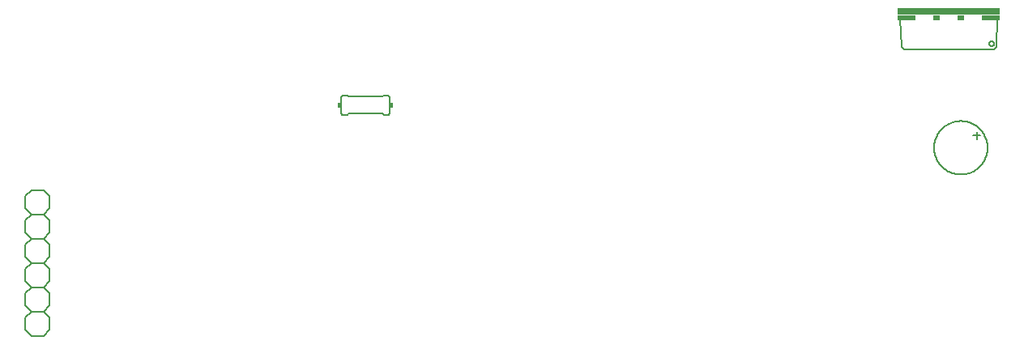
<source format=gbo>
G75*
%MOIN*%
%OFA0B0*%
%FSLAX25Y25*%
%IPPOS*%
%LPD*%
%AMOC8*
5,1,8,0,0,1.08239X$1,22.5*
%
%ADD10C,0.00500*%
%ADD11R,0.42000X0.03000*%
%ADD12R,0.07500X0.02000*%
%ADD13R,0.03000X0.02000*%
%ADD14C,0.00600*%
%ADD15R,0.01500X0.02000*%
D10*
X0377300Y0150800D02*
X0378300Y0149800D01*
X0415300Y0149800D01*
X0416300Y0150800D01*
X0416800Y0162300D01*
X0413500Y0152200D02*
X0413502Y0152263D01*
X0413508Y0152325D01*
X0413518Y0152387D01*
X0413531Y0152449D01*
X0413549Y0152509D01*
X0413570Y0152568D01*
X0413595Y0152626D01*
X0413624Y0152682D01*
X0413656Y0152736D01*
X0413691Y0152788D01*
X0413729Y0152837D01*
X0413771Y0152885D01*
X0413815Y0152929D01*
X0413863Y0152971D01*
X0413912Y0153009D01*
X0413964Y0153044D01*
X0414018Y0153076D01*
X0414074Y0153105D01*
X0414132Y0153130D01*
X0414191Y0153151D01*
X0414251Y0153169D01*
X0414313Y0153182D01*
X0414375Y0153192D01*
X0414437Y0153198D01*
X0414500Y0153200D01*
X0414563Y0153198D01*
X0414625Y0153192D01*
X0414687Y0153182D01*
X0414749Y0153169D01*
X0414809Y0153151D01*
X0414868Y0153130D01*
X0414926Y0153105D01*
X0414982Y0153076D01*
X0415036Y0153044D01*
X0415088Y0153009D01*
X0415137Y0152971D01*
X0415185Y0152929D01*
X0415229Y0152885D01*
X0415271Y0152837D01*
X0415309Y0152788D01*
X0415344Y0152736D01*
X0415376Y0152682D01*
X0415405Y0152626D01*
X0415430Y0152568D01*
X0415451Y0152509D01*
X0415469Y0152449D01*
X0415482Y0152387D01*
X0415492Y0152325D01*
X0415498Y0152263D01*
X0415500Y0152200D01*
X0415498Y0152137D01*
X0415492Y0152075D01*
X0415482Y0152013D01*
X0415469Y0151951D01*
X0415451Y0151891D01*
X0415430Y0151832D01*
X0415405Y0151774D01*
X0415376Y0151718D01*
X0415344Y0151664D01*
X0415309Y0151612D01*
X0415271Y0151563D01*
X0415229Y0151515D01*
X0415185Y0151471D01*
X0415137Y0151429D01*
X0415088Y0151391D01*
X0415036Y0151356D01*
X0414982Y0151324D01*
X0414926Y0151295D01*
X0414868Y0151270D01*
X0414809Y0151249D01*
X0414749Y0151231D01*
X0414687Y0151218D01*
X0414625Y0151208D01*
X0414563Y0151202D01*
X0414500Y0151200D01*
X0414437Y0151202D01*
X0414375Y0151208D01*
X0414313Y0151218D01*
X0414251Y0151231D01*
X0414191Y0151249D01*
X0414132Y0151270D01*
X0414074Y0151295D01*
X0414018Y0151324D01*
X0413964Y0151356D01*
X0413912Y0151391D01*
X0413863Y0151429D01*
X0413815Y0151471D01*
X0413771Y0151515D01*
X0413729Y0151563D01*
X0413691Y0151612D01*
X0413656Y0151664D01*
X0413624Y0151718D01*
X0413595Y0151774D01*
X0413570Y0151832D01*
X0413549Y0151891D01*
X0413531Y0151951D01*
X0413518Y0152013D01*
X0413508Y0152075D01*
X0413502Y0152137D01*
X0413500Y0152200D01*
X0377300Y0150800D02*
X0376800Y0162300D01*
D11*
X0396800Y0165300D03*
D12*
X0379550Y0162800D03*
X0414050Y0162800D03*
D13*
X0401800Y0162800D03*
X0391800Y0162800D03*
D14*
X0024300Y0031800D02*
X0019300Y0031800D01*
X0016800Y0034300D01*
X0016800Y0039300D01*
X0019300Y0041800D01*
X0024300Y0041800D01*
X0026800Y0039300D01*
X0026800Y0034300D01*
X0024300Y0031800D01*
X0024300Y0041800D02*
X0026800Y0044300D01*
X0026800Y0049300D01*
X0024300Y0051800D01*
X0026800Y0054300D01*
X0026800Y0059300D01*
X0024300Y0061800D01*
X0026800Y0064300D01*
X0026800Y0069300D01*
X0024300Y0071800D01*
X0026800Y0074300D01*
X0026800Y0079300D01*
X0024300Y0081800D01*
X0026800Y0084300D01*
X0026800Y0089300D01*
X0024300Y0091800D01*
X0019300Y0091800D01*
X0016800Y0089300D01*
X0016800Y0084300D01*
X0019300Y0081800D01*
X0016800Y0079300D01*
X0016800Y0074300D01*
X0019300Y0071800D01*
X0024300Y0071800D01*
X0019300Y0071800D02*
X0016800Y0069300D01*
X0016800Y0064300D01*
X0019300Y0061800D01*
X0016800Y0059300D01*
X0016800Y0054300D01*
X0019300Y0051800D01*
X0016800Y0049300D01*
X0016800Y0044300D01*
X0019300Y0041800D01*
X0019300Y0051800D02*
X0024300Y0051800D01*
X0024300Y0061800D02*
X0019300Y0061800D01*
X0019300Y0081800D02*
X0024300Y0081800D01*
X0146800Y0123800D02*
X0146800Y0129800D01*
X0146802Y0129860D01*
X0146807Y0129921D01*
X0146816Y0129980D01*
X0146829Y0130039D01*
X0146845Y0130098D01*
X0146865Y0130155D01*
X0146888Y0130210D01*
X0146915Y0130265D01*
X0146944Y0130317D01*
X0146977Y0130368D01*
X0147013Y0130417D01*
X0147051Y0130463D01*
X0147093Y0130507D01*
X0147137Y0130549D01*
X0147183Y0130587D01*
X0147232Y0130623D01*
X0147283Y0130656D01*
X0147335Y0130685D01*
X0147390Y0130712D01*
X0147445Y0130735D01*
X0147502Y0130755D01*
X0147561Y0130771D01*
X0147620Y0130784D01*
X0147679Y0130793D01*
X0147740Y0130798D01*
X0147800Y0130800D01*
X0149300Y0130800D01*
X0149800Y0130300D01*
X0163800Y0130300D01*
X0164300Y0130800D01*
X0165800Y0130800D01*
X0165860Y0130798D01*
X0165921Y0130793D01*
X0165980Y0130784D01*
X0166039Y0130771D01*
X0166098Y0130755D01*
X0166155Y0130735D01*
X0166210Y0130712D01*
X0166265Y0130685D01*
X0166317Y0130656D01*
X0166368Y0130623D01*
X0166417Y0130587D01*
X0166463Y0130549D01*
X0166507Y0130507D01*
X0166549Y0130463D01*
X0166587Y0130417D01*
X0166623Y0130368D01*
X0166656Y0130317D01*
X0166685Y0130265D01*
X0166712Y0130210D01*
X0166735Y0130155D01*
X0166755Y0130098D01*
X0166771Y0130039D01*
X0166784Y0129980D01*
X0166793Y0129921D01*
X0166798Y0129860D01*
X0166800Y0129800D01*
X0166800Y0123800D01*
X0166798Y0123740D01*
X0166793Y0123679D01*
X0166784Y0123620D01*
X0166771Y0123561D01*
X0166755Y0123502D01*
X0166735Y0123445D01*
X0166712Y0123390D01*
X0166685Y0123335D01*
X0166656Y0123283D01*
X0166623Y0123232D01*
X0166587Y0123183D01*
X0166549Y0123137D01*
X0166507Y0123093D01*
X0166463Y0123051D01*
X0166417Y0123013D01*
X0166368Y0122977D01*
X0166317Y0122944D01*
X0166265Y0122915D01*
X0166210Y0122888D01*
X0166155Y0122865D01*
X0166098Y0122845D01*
X0166039Y0122829D01*
X0165980Y0122816D01*
X0165921Y0122807D01*
X0165860Y0122802D01*
X0165800Y0122800D01*
X0164300Y0122800D01*
X0163800Y0123300D01*
X0149800Y0123300D01*
X0149300Y0122800D01*
X0147800Y0122800D01*
X0147740Y0122802D01*
X0147679Y0122807D01*
X0147620Y0122816D01*
X0147561Y0122829D01*
X0147502Y0122845D01*
X0147445Y0122865D01*
X0147390Y0122888D01*
X0147335Y0122915D01*
X0147283Y0122944D01*
X0147232Y0122977D01*
X0147183Y0123013D01*
X0147137Y0123051D01*
X0147093Y0123093D01*
X0147051Y0123137D01*
X0147013Y0123183D01*
X0146977Y0123232D01*
X0146944Y0123283D01*
X0146915Y0123335D01*
X0146888Y0123390D01*
X0146865Y0123445D01*
X0146845Y0123502D01*
X0146829Y0123561D01*
X0146816Y0123620D01*
X0146807Y0123679D01*
X0146802Y0123740D01*
X0146800Y0123800D01*
X0390800Y0109300D02*
X0390803Y0109570D01*
X0390813Y0109840D01*
X0390830Y0110109D01*
X0390853Y0110378D01*
X0390883Y0110647D01*
X0390919Y0110914D01*
X0390962Y0111181D01*
X0391011Y0111446D01*
X0391067Y0111710D01*
X0391130Y0111973D01*
X0391198Y0112234D01*
X0391274Y0112493D01*
X0391355Y0112750D01*
X0391443Y0113006D01*
X0391537Y0113259D01*
X0391637Y0113510D01*
X0391744Y0113758D01*
X0391856Y0114003D01*
X0391975Y0114246D01*
X0392099Y0114485D01*
X0392229Y0114722D01*
X0392365Y0114955D01*
X0392507Y0115185D01*
X0392654Y0115411D01*
X0392807Y0115634D01*
X0392965Y0115853D01*
X0393128Y0116068D01*
X0393297Y0116278D01*
X0393471Y0116485D01*
X0393650Y0116687D01*
X0393833Y0116885D01*
X0394022Y0117078D01*
X0394215Y0117267D01*
X0394413Y0117450D01*
X0394615Y0117629D01*
X0394822Y0117803D01*
X0395032Y0117972D01*
X0395247Y0118135D01*
X0395466Y0118293D01*
X0395689Y0118446D01*
X0395915Y0118593D01*
X0396145Y0118735D01*
X0396378Y0118871D01*
X0396615Y0119001D01*
X0396854Y0119125D01*
X0397097Y0119244D01*
X0397342Y0119356D01*
X0397590Y0119463D01*
X0397841Y0119563D01*
X0398094Y0119657D01*
X0398350Y0119745D01*
X0398607Y0119826D01*
X0398866Y0119902D01*
X0399127Y0119970D01*
X0399390Y0120033D01*
X0399654Y0120089D01*
X0399919Y0120138D01*
X0400186Y0120181D01*
X0400453Y0120217D01*
X0400722Y0120247D01*
X0400991Y0120270D01*
X0401260Y0120287D01*
X0401530Y0120297D01*
X0401800Y0120300D01*
X0402070Y0120297D01*
X0402340Y0120287D01*
X0402609Y0120270D01*
X0402878Y0120247D01*
X0403147Y0120217D01*
X0403414Y0120181D01*
X0403681Y0120138D01*
X0403946Y0120089D01*
X0404210Y0120033D01*
X0404473Y0119970D01*
X0404734Y0119902D01*
X0404993Y0119826D01*
X0405250Y0119745D01*
X0405506Y0119657D01*
X0405759Y0119563D01*
X0406010Y0119463D01*
X0406258Y0119356D01*
X0406503Y0119244D01*
X0406746Y0119125D01*
X0406985Y0119001D01*
X0407222Y0118871D01*
X0407455Y0118735D01*
X0407685Y0118593D01*
X0407911Y0118446D01*
X0408134Y0118293D01*
X0408353Y0118135D01*
X0408568Y0117972D01*
X0408778Y0117803D01*
X0408985Y0117629D01*
X0409187Y0117450D01*
X0409385Y0117267D01*
X0409578Y0117078D01*
X0409767Y0116885D01*
X0409950Y0116687D01*
X0410129Y0116485D01*
X0410303Y0116278D01*
X0410472Y0116068D01*
X0410635Y0115853D01*
X0410793Y0115634D01*
X0410946Y0115411D01*
X0411093Y0115185D01*
X0411235Y0114955D01*
X0411371Y0114722D01*
X0411501Y0114485D01*
X0411625Y0114246D01*
X0411744Y0114003D01*
X0411856Y0113758D01*
X0411963Y0113510D01*
X0412063Y0113259D01*
X0412157Y0113006D01*
X0412245Y0112750D01*
X0412326Y0112493D01*
X0412402Y0112234D01*
X0412470Y0111973D01*
X0412533Y0111710D01*
X0412589Y0111446D01*
X0412638Y0111181D01*
X0412681Y0110914D01*
X0412717Y0110647D01*
X0412747Y0110378D01*
X0412770Y0110109D01*
X0412787Y0109840D01*
X0412797Y0109570D01*
X0412800Y0109300D01*
X0412797Y0109030D01*
X0412787Y0108760D01*
X0412770Y0108491D01*
X0412747Y0108222D01*
X0412717Y0107953D01*
X0412681Y0107686D01*
X0412638Y0107419D01*
X0412589Y0107154D01*
X0412533Y0106890D01*
X0412470Y0106627D01*
X0412402Y0106366D01*
X0412326Y0106107D01*
X0412245Y0105850D01*
X0412157Y0105594D01*
X0412063Y0105341D01*
X0411963Y0105090D01*
X0411856Y0104842D01*
X0411744Y0104597D01*
X0411625Y0104354D01*
X0411501Y0104115D01*
X0411371Y0103878D01*
X0411235Y0103645D01*
X0411093Y0103415D01*
X0410946Y0103189D01*
X0410793Y0102966D01*
X0410635Y0102747D01*
X0410472Y0102532D01*
X0410303Y0102322D01*
X0410129Y0102115D01*
X0409950Y0101913D01*
X0409767Y0101715D01*
X0409578Y0101522D01*
X0409385Y0101333D01*
X0409187Y0101150D01*
X0408985Y0100971D01*
X0408778Y0100797D01*
X0408568Y0100628D01*
X0408353Y0100465D01*
X0408134Y0100307D01*
X0407911Y0100154D01*
X0407685Y0100007D01*
X0407455Y0099865D01*
X0407222Y0099729D01*
X0406985Y0099599D01*
X0406746Y0099475D01*
X0406503Y0099356D01*
X0406258Y0099244D01*
X0406010Y0099137D01*
X0405759Y0099037D01*
X0405506Y0098943D01*
X0405250Y0098855D01*
X0404993Y0098774D01*
X0404734Y0098698D01*
X0404473Y0098630D01*
X0404210Y0098567D01*
X0403946Y0098511D01*
X0403681Y0098462D01*
X0403414Y0098419D01*
X0403147Y0098383D01*
X0402878Y0098353D01*
X0402609Y0098330D01*
X0402340Y0098313D01*
X0402070Y0098303D01*
X0401800Y0098300D01*
X0401530Y0098303D01*
X0401260Y0098313D01*
X0400991Y0098330D01*
X0400722Y0098353D01*
X0400453Y0098383D01*
X0400186Y0098419D01*
X0399919Y0098462D01*
X0399654Y0098511D01*
X0399390Y0098567D01*
X0399127Y0098630D01*
X0398866Y0098698D01*
X0398607Y0098774D01*
X0398350Y0098855D01*
X0398094Y0098943D01*
X0397841Y0099037D01*
X0397590Y0099137D01*
X0397342Y0099244D01*
X0397097Y0099356D01*
X0396854Y0099475D01*
X0396615Y0099599D01*
X0396378Y0099729D01*
X0396145Y0099865D01*
X0395915Y0100007D01*
X0395689Y0100154D01*
X0395466Y0100307D01*
X0395247Y0100465D01*
X0395032Y0100628D01*
X0394822Y0100797D01*
X0394615Y0100971D01*
X0394413Y0101150D01*
X0394215Y0101333D01*
X0394022Y0101522D01*
X0393833Y0101715D01*
X0393650Y0101913D01*
X0393471Y0102115D01*
X0393297Y0102322D01*
X0393128Y0102532D01*
X0392965Y0102747D01*
X0392807Y0102966D01*
X0392654Y0103189D01*
X0392507Y0103415D01*
X0392365Y0103645D01*
X0392229Y0103878D01*
X0392099Y0104115D01*
X0391975Y0104354D01*
X0391856Y0104597D01*
X0391744Y0104842D01*
X0391637Y0105090D01*
X0391537Y0105341D01*
X0391443Y0105594D01*
X0391355Y0105850D01*
X0391274Y0106107D01*
X0391198Y0106366D01*
X0391130Y0106627D01*
X0391067Y0106890D01*
X0391011Y0107154D01*
X0390962Y0107419D01*
X0390919Y0107686D01*
X0390883Y0107953D01*
X0390853Y0108222D01*
X0390830Y0108491D01*
X0390813Y0108760D01*
X0390803Y0109030D01*
X0390800Y0109300D01*
X0406800Y0114300D02*
X0408300Y0114300D01*
X0408300Y0115800D01*
X0408300Y0114300D02*
X0408300Y0112800D01*
X0408300Y0114300D02*
X0409800Y0114300D01*
D15*
X0167550Y0126800D03*
X0146050Y0126800D03*
M02*

</source>
